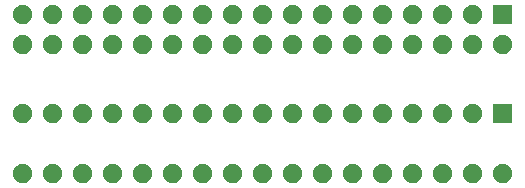
<source format=gbr>
G04 #@! TF.GenerationSoftware,KiCad,Pcbnew,(5.1.5-0-10_14)*
G04 #@! TF.CreationDate,2020-03-21T14:00:30+11:00*
G04 #@! TF.ProjectId,Internal 5.25 Adapter,496e7465-726e-4616-9c20-352e32352041,rev?*
G04 #@! TF.SameCoordinates,Original*
G04 #@! TF.FileFunction,Soldermask,Bot*
G04 #@! TF.FilePolarity,Negative*
%FSLAX46Y46*%
G04 Gerber Fmt 4.6, Leading zero omitted, Abs format (unit mm)*
G04 Created by KiCad (PCBNEW (5.1.5-0-10_14)) date 2020-03-21 14:00:30*
%MOMM*%
%LPD*%
G04 APERTURE LIST*
%ADD10C,0.100000*%
G04 APERTURE END LIST*
D10*
G36*
X93074142Y-48621242D02*
G01*
X93222101Y-48682529D01*
X93355255Y-48771499D01*
X93468501Y-48884745D01*
X93557471Y-49017899D01*
X93618758Y-49165858D01*
X93650000Y-49322925D01*
X93650000Y-49483075D01*
X93618758Y-49640142D01*
X93557471Y-49788101D01*
X93468501Y-49921255D01*
X93355255Y-50034501D01*
X93222101Y-50123471D01*
X93074142Y-50184758D01*
X92917075Y-50216000D01*
X92756925Y-50216000D01*
X92599858Y-50184758D01*
X92451899Y-50123471D01*
X92318745Y-50034501D01*
X92205499Y-49921255D01*
X92116529Y-49788101D01*
X92055242Y-49640142D01*
X92024000Y-49483075D01*
X92024000Y-49322925D01*
X92055242Y-49165858D01*
X92116529Y-49017899D01*
X92205499Y-48884745D01*
X92318745Y-48771499D01*
X92451899Y-48682529D01*
X92599858Y-48621242D01*
X92756925Y-48590000D01*
X92917075Y-48590000D01*
X93074142Y-48621242D01*
G37*
G36*
X90534142Y-48621242D02*
G01*
X90682101Y-48682529D01*
X90815255Y-48771499D01*
X90928501Y-48884745D01*
X91017471Y-49017899D01*
X91078758Y-49165858D01*
X91110000Y-49322925D01*
X91110000Y-49483075D01*
X91078758Y-49640142D01*
X91017471Y-49788101D01*
X90928501Y-49921255D01*
X90815255Y-50034501D01*
X90682101Y-50123471D01*
X90534142Y-50184758D01*
X90377075Y-50216000D01*
X90216925Y-50216000D01*
X90059858Y-50184758D01*
X89911899Y-50123471D01*
X89778745Y-50034501D01*
X89665499Y-49921255D01*
X89576529Y-49788101D01*
X89515242Y-49640142D01*
X89484000Y-49483075D01*
X89484000Y-49322925D01*
X89515242Y-49165858D01*
X89576529Y-49017899D01*
X89665499Y-48884745D01*
X89778745Y-48771499D01*
X89911899Y-48682529D01*
X90059858Y-48621242D01*
X90216925Y-48590000D01*
X90377075Y-48590000D01*
X90534142Y-48621242D01*
G37*
G36*
X87994142Y-48621242D02*
G01*
X88142101Y-48682529D01*
X88275255Y-48771499D01*
X88388501Y-48884745D01*
X88477471Y-49017899D01*
X88538758Y-49165858D01*
X88570000Y-49322925D01*
X88570000Y-49483075D01*
X88538758Y-49640142D01*
X88477471Y-49788101D01*
X88388501Y-49921255D01*
X88275255Y-50034501D01*
X88142101Y-50123471D01*
X87994142Y-50184758D01*
X87837075Y-50216000D01*
X87676925Y-50216000D01*
X87519858Y-50184758D01*
X87371899Y-50123471D01*
X87238745Y-50034501D01*
X87125499Y-49921255D01*
X87036529Y-49788101D01*
X86975242Y-49640142D01*
X86944000Y-49483075D01*
X86944000Y-49322925D01*
X86975242Y-49165858D01*
X87036529Y-49017899D01*
X87125499Y-48884745D01*
X87238745Y-48771499D01*
X87371899Y-48682529D01*
X87519858Y-48621242D01*
X87676925Y-48590000D01*
X87837075Y-48590000D01*
X87994142Y-48621242D01*
G37*
G36*
X85454142Y-48621242D02*
G01*
X85602101Y-48682529D01*
X85735255Y-48771499D01*
X85848501Y-48884745D01*
X85937471Y-49017899D01*
X85998758Y-49165858D01*
X86030000Y-49322925D01*
X86030000Y-49483075D01*
X85998758Y-49640142D01*
X85937471Y-49788101D01*
X85848501Y-49921255D01*
X85735255Y-50034501D01*
X85602101Y-50123471D01*
X85454142Y-50184758D01*
X85297075Y-50216000D01*
X85136925Y-50216000D01*
X84979858Y-50184758D01*
X84831899Y-50123471D01*
X84698745Y-50034501D01*
X84585499Y-49921255D01*
X84496529Y-49788101D01*
X84435242Y-49640142D01*
X84404000Y-49483075D01*
X84404000Y-49322925D01*
X84435242Y-49165858D01*
X84496529Y-49017899D01*
X84585499Y-48884745D01*
X84698745Y-48771499D01*
X84831899Y-48682529D01*
X84979858Y-48621242D01*
X85136925Y-48590000D01*
X85297075Y-48590000D01*
X85454142Y-48621242D01*
G37*
G36*
X82914142Y-48621242D02*
G01*
X83062101Y-48682529D01*
X83195255Y-48771499D01*
X83308501Y-48884745D01*
X83397471Y-49017899D01*
X83458758Y-49165858D01*
X83490000Y-49322925D01*
X83490000Y-49483075D01*
X83458758Y-49640142D01*
X83397471Y-49788101D01*
X83308501Y-49921255D01*
X83195255Y-50034501D01*
X83062101Y-50123471D01*
X82914142Y-50184758D01*
X82757075Y-50216000D01*
X82596925Y-50216000D01*
X82439858Y-50184758D01*
X82291899Y-50123471D01*
X82158745Y-50034501D01*
X82045499Y-49921255D01*
X81956529Y-49788101D01*
X81895242Y-49640142D01*
X81864000Y-49483075D01*
X81864000Y-49322925D01*
X81895242Y-49165858D01*
X81956529Y-49017899D01*
X82045499Y-48884745D01*
X82158745Y-48771499D01*
X82291899Y-48682529D01*
X82439858Y-48621242D01*
X82596925Y-48590000D01*
X82757075Y-48590000D01*
X82914142Y-48621242D01*
G37*
G36*
X80374142Y-48621242D02*
G01*
X80522101Y-48682529D01*
X80655255Y-48771499D01*
X80768501Y-48884745D01*
X80857471Y-49017899D01*
X80918758Y-49165858D01*
X80950000Y-49322925D01*
X80950000Y-49483075D01*
X80918758Y-49640142D01*
X80857471Y-49788101D01*
X80768501Y-49921255D01*
X80655255Y-50034501D01*
X80522101Y-50123471D01*
X80374142Y-50184758D01*
X80217075Y-50216000D01*
X80056925Y-50216000D01*
X79899858Y-50184758D01*
X79751899Y-50123471D01*
X79618745Y-50034501D01*
X79505499Y-49921255D01*
X79416529Y-49788101D01*
X79355242Y-49640142D01*
X79324000Y-49483075D01*
X79324000Y-49322925D01*
X79355242Y-49165858D01*
X79416529Y-49017899D01*
X79505499Y-48884745D01*
X79618745Y-48771499D01*
X79751899Y-48682529D01*
X79899858Y-48621242D01*
X80056925Y-48590000D01*
X80217075Y-48590000D01*
X80374142Y-48621242D01*
G37*
G36*
X77834142Y-48621242D02*
G01*
X77982101Y-48682529D01*
X78115255Y-48771499D01*
X78228501Y-48884745D01*
X78317471Y-49017899D01*
X78378758Y-49165858D01*
X78410000Y-49322925D01*
X78410000Y-49483075D01*
X78378758Y-49640142D01*
X78317471Y-49788101D01*
X78228501Y-49921255D01*
X78115255Y-50034501D01*
X77982101Y-50123471D01*
X77834142Y-50184758D01*
X77677075Y-50216000D01*
X77516925Y-50216000D01*
X77359858Y-50184758D01*
X77211899Y-50123471D01*
X77078745Y-50034501D01*
X76965499Y-49921255D01*
X76876529Y-49788101D01*
X76815242Y-49640142D01*
X76784000Y-49483075D01*
X76784000Y-49322925D01*
X76815242Y-49165858D01*
X76876529Y-49017899D01*
X76965499Y-48884745D01*
X77078745Y-48771499D01*
X77211899Y-48682529D01*
X77359858Y-48621242D01*
X77516925Y-48590000D01*
X77677075Y-48590000D01*
X77834142Y-48621242D01*
G37*
G36*
X75294142Y-48621242D02*
G01*
X75442101Y-48682529D01*
X75575255Y-48771499D01*
X75688501Y-48884745D01*
X75777471Y-49017899D01*
X75838758Y-49165858D01*
X75870000Y-49322925D01*
X75870000Y-49483075D01*
X75838758Y-49640142D01*
X75777471Y-49788101D01*
X75688501Y-49921255D01*
X75575255Y-50034501D01*
X75442101Y-50123471D01*
X75294142Y-50184758D01*
X75137075Y-50216000D01*
X74976925Y-50216000D01*
X74819858Y-50184758D01*
X74671899Y-50123471D01*
X74538745Y-50034501D01*
X74425499Y-49921255D01*
X74336529Y-49788101D01*
X74275242Y-49640142D01*
X74244000Y-49483075D01*
X74244000Y-49322925D01*
X74275242Y-49165858D01*
X74336529Y-49017899D01*
X74425499Y-48884745D01*
X74538745Y-48771499D01*
X74671899Y-48682529D01*
X74819858Y-48621242D01*
X74976925Y-48590000D01*
X75137075Y-48590000D01*
X75294142Y-48621242D01*
G37*
G36*
X72754142Y-48621242D02*
G01*
X72902101Y-48682529D01*
X73035255Y-48771499D01*
X73148501Y-48884745D01*
X73237471Y-49017899D01*
X73298758Y-49165858D01*
X73330000Y-49322925D01*
X73330000Y-49483075D01*
X73298758Y-49640142D01*
X73237471Y-49788101D01*
X73148501Y-49921255D01*
X73035255Y-50034501D01*
X72902101Y-50123471D01*
X72754142Y-50184758D01*
X72597075Y-50216000D01*
X72436925Y-50216000D01*
X72279858Y-50184758D01*
X72131899Y-50123471D01*
X71998745Y-50034501D01*
X71885499Y-49921255D01*
X71796529Y-49788101D01*
X71735242Y-49640142D01*
X71704000Y-49483075D01*
X71704000Y-49322925D01*
X71735242Y-49165858D01*
X71796529Y-49017899D01*
X71885499Y-48884745D01*
X71998745Y-48771499D01*
X72131899Y-48682529D01*
X72279858Y-48621242D01*
X72436925Y-48590000D01*
X72597075Y-48590000D01*
X72754142Y-48621242D01*
G37*
G36*
X70214142Y-48621242D02*
G01*
X70362101Y-48682529D01*
X70495255Y-48771499D01*
X70608501Y-48884745D01*
X70697471Y-49017899D01*
X70758758Y-49165858D01*
X70790000Y-49322925D01*
X70790000Y-49483075D01*
X70758758Y-49640142D01*
X70697471Y-49788101D01*
X70608501Y-49921255D01*
X70495255Y-50034501D01*
X70362101Y-50123471D01*
X70214142Y-50184758D01*
X70057075Y-50216000D01*
X69896925Y-50216000D01*
X69739858Y-50184758D01*
X69591899Y-50123471D01*
X69458745Y-50034501D01*
X69345499Y-49921255D01*
X69256529Y-49788101D01*
X69195242Y-49640142D01*
X69164000Y-49483075D01*
X69164000Y-49322925D01*
X69195242Y-49165858D01*
X69256529Y-49017899D01*
X69345499Y-48884745D01*
X69458745Y-48771499D01*
X69591899Y-48682529D01*
X69739858Y-48621242D01*
X69896925Y-48590000D01*
X70057075Y-48590000D01*
X70214142Y-48621242D01*
G37*
G36*
X67674142Y-48621242D02*
G01*
X67822101Y-48682529D01*
X67955255Y-48771499D01*
X68068501Y-48884745D01*
X68157471Y-49017899D01*
X68218758Y-49165858D01*
X68250000Y-49322925D01*
X68250000Y-49483075D01*
X68218758Y-49640142D01*
X68157471Y-49788101D01*
X68068501Y-49921255D01*
X67955255Y-50034501D01*
X67822101Y-50123471D01*
X67674142Y-50184758D01*
X67517075Y-50216000D01*
X67356925Y-50216000D01*
X67199858Y-50184758D01*
X67051899Y-50123471D01*
X66918745Y-50034501D01*
X66805499Y-49921255D01*
X66716529Y-49788101D01*
X66655242Y-49640142D01*
X66624000Y-49483075D01*
X66624000Y-49322925D01*
X66655242Y-49165858D01*
X66716529Y-49017899D01*
X66805499Y-48884745D01*
X66918745Y-48771499D01*
X67051899Y-48682529D01*
X67199858Y-48621242D01*
X67356925Y-48590000D01*
X67517075Y-48590000D01*
X67674142Y-48621242D01*
G37*
G36*
X65134142Y-48621242D02*
G01*
X65282101Y-48682529D01*
X65415255Y-48771499D01*
X65528501Y-48884745D01*
X65617471Y-49017899D01*
X65678758Y-49165858D01*
X65710000Y-49322925D01*
X65710000Y-49483075D01*
X65678758Y-49640142D01*
X65617471Y-49788101D01*
X65528501Y-49921255D01*
X65415255Y-50034501D01*
X65282101Y-50123471D01*
X65134142Y-50184758D01*
X64977075Y-50216000D01*
X64816925Y-50216000D01*
X64659858Y-50184758D01*
X64511899Y-50123471D01*
X64378745Y-50034501D01*
X64265499Y-49921255D01*
X64176529Y-49788101D01*
X64115242Y-49640142D01*
X64084000Y-49483075D01*
X64084000Y-49322925D01*
X64115242Y-49165858D01*
X64176529Y-49017899D01*
X64265499Y-48884745D01*
X64378745Y-48771499D01*
X64511899Y-48682529D01*
X64659858Y-48621242D01*
X64816925Y-48590000D01*
X64977075Y-48590000D01*
X65134142Y-48621242D01*
G37*
G36*
X62594142Y-48621242D02*
G01*
X62742101Y-48682529D01*
X62875255Y-48771499D01*
X62988501Y-48884745D01*
X63077471Y-49017899D01*
X63138758Y-49165858D01*
X63170000Y-49322925D01*
X63170000Y-49483075D01*
X63138758Y-49640142D01*
X63077471Y-49788101D01*
X62988501Y-49921255D01*
X62875255Y-50034501D01*
X62742101Y-50123471D01*
X62594142Y-50184758D01*
X62437075Y-50216000D01*
X62276925Y-50216000D01*
X62119858Y-50184758D01*
X61971899Y-50123471D01*
X61838745Y-50034501D01*
X61725499Y-49921255D01*
X61636529Y-49788101D01*
X61575242Y-49640142D01*
X61544000Y-49483075D01*
X61544000Y-49322925D01*
X61575242Y-49165858D01*
X61636529Y-49017899D01*
X61725499Y-48884745D01*
X61838745Y-48771499D01*
X61971899Y-48682529D01*
X62119858Y-48621242D01*
X62276925Y-48590000D01*
X62437075Y-48590000D01*
X62594142Y-48621242D01*
G37*
G36*
X60054142Y-48621242D02*
G01*
X60202101Y-48682529D01*
X60335255Y-48771499D01*
X60448501Y-48884745D01*
X60537471Y-49017899D01*
X60598758Y-49165858D01*
X60630000Y-49322925D01*
X60630000Y-49483075D01*
X60598758Y-49640142D01*
X60537471Y-49788101D01*
X60448501Y-49921255D01*
X60335255Y-50034501D01*
X60202101Y-50123471D01*
X60054142Y-50184758D01*
X59897075Y-50216000D01*
X59736925Y-50216000D01*
X59579858Y-50184758D01*
X59431899Y-50123471D01*
X59298745Y-50034501D01*
X59185499Y-49921255D01*
X59096529Y-49788101D01*
X59035242Y-49640142D01*
X59004000Y-49483075D01*
X59004000Y-49322925D01*
X59035242Y-49165858D01*
X59096529Y-49017899D01*
X59185499Y-48884745D01*
X59298745Y-48771499D01*
X59431899Y-48682529D01*
X59579858Y-48621242D01*
X59736925Y-48590000D01*
X59897075Y-48590000D01*
X60054142Y-48621242D01*
G37*
G36*
X57514142Y-48621242D02*
G01*
X57662101Y-48682529D01*
X57795255Y-48771499D01*
X57908501Y-48884745D01*
X57997471Y-49017899D01*
X58058758Y-49165858D01*
X58090000Y-49322925D01*
X58090000Y-49483075D01*
X58058758Y-49640142D01*
X57997471Y-49788101D01*
X57908501Y-49921255D01*
X57795255Y-50034501D01*
X57662101Y-50123471D01*
X57514142Y-50184758D01*
X57357075Y-50216000D01*
X57196925Y-50216000D01*
X57039858Y-50184758D01*
X56891899Y-50123471D01*
X56758745Y-50034501D01*
X56645499Y-49921255D01*
X56556529Y-49788101D01*
X56495242Y-49640142D01*
X56464000Y-49483075D01*
X56464000Y-49322925D01*
X56495242Y-49165858D01*
X56556529Y-49017899D01*
X56645499Y-48884745D01*
X56758745Y-48771499D01*
X56891899Y-48682529D01*
X57039858Y-48621242D01*
X57196925Y-48590000D01*
X57357075Y-48590000D01*
X57514142Y-48621242D01*
G37*
G36*
X54974142Y-48621242D02*
G01*
X55122101Y-48682529D01*
X55255255Y-48771499D01*
X55368501Y-48884745D01*
X55457471Y-49017899D01*
X55518758Y-49165858D01*
X55550000Y-49322925D01*
X55550000Y-49483075D01*
X55518758Y-49640142D01*
X55457471Y-49788101D01*
X55368501Y-49921255D01*
X55255255Y-50034501D01*
X55122101Y-50123471D01*
X54974142Y-50184758D01*
X54817075Y-50216000D01*
X54656925Y-50216000D01*
X54499858Y-50184758D01*
X54351899Y-50123471D01*
X54218745Y-50034501D01*
X54105499Y-49921255D01*
X54016529Y-49788101D01*
X53955242Y-49640142D01*
X53924000Y-49483075D01*
X53924000Y-49322925D01*
X53955242Y-49165858D01*
X54016529Y-49017899D01*
X54105499Y-48884745D01*
X54218745Y-48771499D01*
X54351899Y-48682529D01*
X54499858Y-48621242D01*
X54656925Y-48590000D01*
X54817075Y-48590000D01*
X54974142Y-48621242D01*
G37*
G36*
X52434142Y-48621242D02*
G01*
X52582101Y-48682529D01*
X52715255Y-48771499D01*
X52828501Y-48884745D01*
X52917471Y-49017899D01*
X52978758Y-49165858D01*
X53010000Y-49322925D01*
X53010000Y-49483075D01*
X52978758Y-49640142D01*
X52917471Y-49788101D01*
X52828501Y-49921255D01*
X52715255Y-50034501D01*
X52582101Y-50123471D01*
X52434142Y-50184758D01*
X52277075Y-50216000D01*
X52116925Y-50216000D01*
X51959858Y-50184758D01*
X51811899Y-50123471D01*
X51678745Y-50034501D01*
X51565499Y-49921255D01*
X51476529Y-49788101D01*
X51415242Y-49640142D01*
X51384000Y-49483075D01*
X51384000Y-49322925D01*
X51415242Y-49165858D01*
X51476529Y-49017899D01*
X51565499Y-48884745D01*
X51678745Y-48771499D01*
X51811899Y-48682529D01*
X51959858Y-48621242D01*
X52116925Y-48590000D01*
X52277075Y-48590000D01*
X52434142Y-48621242D01*
G37*
G36*
X57514142Y-43541242D02*
G01*
X57662101Y-43602529D01*
X57795255Y-43691499D01*
X57908501Y-43804745D01*
X57997471Y-43937899D01*
X58058758Y-44085858D01*
X58090000Y-44242925D01*
X58090000Y-44403075D01*
X58058758Y-44560142D01*
X57997471Y-44708101D01*
X57908501Y-44841255D01*
X57795255Y-44954501D01*
X57662101Y-45043471D01*
X57514142Y-45104758D01*
X57357075Y-45136000D01*
X57196925Y-45136000D01*
X57039858Y-45104758D01*
X56891899Y-45043471D01*
X56758745Y-44954501D01*
X56645499Y-44841255D01*
X56556529Y-44708101D01*
X56495242Y-44560142D01*
X56464000Y-44403075D01*
X56464000Y-44242925D01*
X56495242Y-44085858D01*
X56556529Y-43937899D01*
X56645499Y-43804745D01*
X56758745Y-43691499D01*
X56891899Y-43602529D01*
X57039858Y-43541242D01*
X57196925Y-43510000D01*
X57357075Y-43510000D01*
X57514142Y-43541242D01*
G37*
G36*
X52434142Y-43541242D02*
G01*
X52582101Y-43602529D01*
X52715255Y-43691499D01*
X52828501Y-43804745D01*
X52917471Y-43937899D01*
X52978758Y-44085858D01*
X53010000Y-44242925D01*
X53010000Y-44403075D01*
X52978758Y-44560142D01*
X52917471Y-44708101D01*
X52828501Y-44841255D01*
X52715255Y-44954501D01*
X52582101Y-45043471D01*
X52434142Y-45104758D01*
X52277075Y-45136000D01*
X52116925Y-45136000D01*
X51959858Y-45104758D01*
X51811899Y-45043471D01*
X51678745Y-44954501D01*
X51565499Y-44841255D01*
X51476529Y-44708101D01*
X51415242Y-44560142D01*
X51384000Y-44403075D01*
X51384000Y-44242925D01*
X51415242Y-44085858D01*
X51476529Y-43937899D01*
X51565499Y-43804745D01*
X51678745Y-43691499D01*
X51811899Y-43602529D01*
X51959858Y-43541242D01*
X52116925Y-43510000D01*
X52277075Y-43510000D01*
X52434142Y-43541242D01*
G37*
G36*
X93650000Y-45136000D02*
G01*
X92024000Y-45136000D01*
X92024000Y-43510000D01*
X93650000Y-43510000D01*
X93650000Y-45136000D01*
G37*
G36*
X90534142Y-43541242D02*
G01*
X90682101Y-43602529D01*
X90815255Y-43691499D01*
X90928501Y-43804745D01*
X91017471Y-43937899D01*
X91078758Y-44085858D01*
X91110000Y-44242925D01*
X91110000Y-44403075D01*
X91078758Y-44560142D01*
X91017471Y-44708101D01*
X90928501Y-44841255D01*
X90815255Y-44954501D01*
X90682101Y-45043471D01*
X90534142Y-45104758D01*
X90377075Y-45136000D01*
X90216925Y-45136000D01*
X90059858Y-45104758D01*
X89911899Y-45043471D01*
X89778745Y-44954501D01*
X89665499Y-44841255D01*
X89576529Y-44708101D01*
X89515242Y-44560142D01*
X89484000Y-44403075D01*
X89484000Y-44242925D01*
X89515242Y-44085858D01*
X89576529Y-43937899D01*
X89665499Y-43804745D01*
X89778745Y-43691499D01*
X89911899Y-43602529D01*
X90059858Y-43541242D01*
X90216925Y-43510000D01*
X90377075Y-43510000D01*
X90534142Y-43541242D01*
G37*
G36*
X54974142Y-43541242D02*
G01*
X55122101Y-43602529D01*
X55255255Y-43691499D01*
X55368501Y-43804745D01*
X55457471Y-43937899D01*
X55518758Y-44085858D01*
X55550000Y-44242925D01*
X55550000Y-44403075D01*
X55518758Y-44560142D01*
X55457471Y-44708101D01*
X55368501Y-44841255D01*
X55255255Y-44954501D01*
X55122101Y-45043471D01*
X54974142Y-45104758D01*
X54817075Y-45136000D01*
X54656925Y-45136000D01*
X54499858Y-45104758D01*
X54351899Y-45043471D01*
X54218745Y-44954501D01*
X54105499Y-44841255D01*
X54016529Y-44708101D01*
X53955242Y-44560142D01*
X53924000Y-44403075D01*
X53924000Y-44242925D01*
X53955242Y-44085858D01*
X54016529Y-43937899D01*
X54105499Y-43804745D01*
X54218745Y-43691499D01*
X54351899Y-43602529D01*
X54499858Y-43541242D01*
X54656925Y-43510000D01*
X54817075Y-43510000D01*
X54974142Y-43541242D01*
G37*
G36*
X87994142Y-43541242D02*
G01*
X88142101Y-43602529D01*
X88275255Y-43691499D01*
X88388501Y-43804745D01*
X88477471Y-43937899D01*
X88538758Y-44085858D01*
X88570000Y-44242925D01*
X88570000Y-44403075D01*
X88538758Y-44560142D01*
X88477471Y-44708101D01*
X88388501Y-44841255D01*
X88275255Y-44954501D01*
X88142101Y-45043471D01*
X87994142Y-45104758D01*
X87837075Y-45136000D01*
X87676925Y-45136000D01*
X87519858Y-45104758D01*
X87371899Y-45043471D01*
X87238745Y-44954501D01*
X87125499Y-44841255D01*
X87036529Y-44708101D01*
X86975242Y-44560142D01*
X86944000Y-44403075D01*
X86944000Y-44242925D01*
X86975242Y-44085858D01*
X87036529Y-43937899D01*
X87125499Y-43804745D01*
X87238745Y-43691499D01*
X87371899Y-43602529D01*
X87519858Y-43541242D01*
X87676925Y-43510000D01*
X87837075Y-43510000D01*
X87994142Y-43541242D01*
G37*
G36*
X85454142Y-43541242D02*
G01*
X85602101Y-43602529D01*
X85735255Y-43691499D01*
X85848501Y-43804745D01*
X85937471Y-43937899D01*
X85998758Y-44085858D01*
X86030000Y-44242925D01*
X86030000Y-44403075D01*
X85998758Y-44560142D01*
X85937471Y-44708101D01*
X85848501Y-44841255D01*
X85735255Y-44954501D01*
X85602101Y-45043471D01*
X85454142Y-45104758D01*
X85297075Y-45136000D01*
X85136925Y-45136000D01*
X84979858Y-45104758D01*
X84831899Y-45043471D01*
X84698745Y-44954501D01*
X84585499Y-44841255D01*
X84496529Y-44708101D01*
X84435242Y-44560142D01*
X84404000Y-44403075D01*
X84404000Y-44242925D01*
X84435242Y-44085858D01*
X84496529Y-43937899D01*
X84585499Y-43804745D01*
X84698745Y-43691499D01*
X84831899Y-43602529D01*
X84979858Y-43541242D01*
X85136925Y-43510000D01*
X85297075Y-43510000D01*
X85454142Y-43541242D01*
G37*
G36*
X82914142Y-43541242D02*
G01*
X83062101Y-43602529D01*
X83195255Y-43691499D01*
X83308501Y-43804745D01*
X83397471Y-43937899D01*
X83458758Y-44085858D01*
X83490000Y-44242925D01*
X83490000Y-44403075D01*
X83458758Y-44560142D01*
X83397471Y-44708101D01*
X83308501Y-44841255D01*
X83195255Y-44954501D01*
X83062101Y-45043471D01*
X82914142Y-45104758D01*
X82757075Y-45136000D01*
X82596925Y-45136000D01*
X82439858Y-45104758D01*
X82291899Y-45043471D01*
X82158745Y-44954501D01*
X82045499Y-44841255D01*
X81956529Y-44708101D01*
X81895242Y-44560142D01*
X81864000Y-44403075D01*
X81864000Y-44242925D01*
X81895242Y-44085858D01*
X81956529Y-43937899D01*
X82045499Y-43804745D01*
X82158745Y-43691499D01*
X82291899Y-43602529D01*
X82439858Y-43541242D01*
X82596925Y-43510000D01*
X82757075Y-43510000D01*
X82914142Y-43541242D01*
G37*
G36*
X80374142Y-43541242D02*
G01*
X80522101Y-43602529D01*
X80655255Y-43691499D01*
X80768501Y-43804745D01*
X80857471Y-43937899D01*
X80918758Y-44085858D01*
X80950000Y-44242925D01*
X80950000Y-44403075D01*
X80918758Y-44560142D01*
X80857471Y-44708101D01*
X80768501Y-44841255D01*
X80655255Y-44954501D01*
X80522101Y-45043471D01*
X80374142Y-45104758D01*
X80217075Y-45136000D01*
X80056925Y-45136000D01*
X79899858Y-45104758D01*
X79751899Y-45043471D01*
X79618745Y-44954501D01*
X79505499Y-44841255D01*
X79416529Y-44708101D01*
X79355242Y-44560142D01*
X79324000Y-44403075D01*
X79324000Y-44242925D01*
X79355242Y-44085858D01*
X79416529Y-43937899D01*
X79505499Y-43804745D01*
X79618745Y-43691499D01*
X79751899Y-43602529D01*
X79899858Y-43541242D01*
X80056925Y-43510000D01*
X80217075Y-43510000D01*
X80374142Y-43541242D01*
G37*
G36*
X77834142Y-43541242D02*
G01*
X77982101Y-43602529D01*
X78115255Y-43691499D01*
X78228501Y-43804745D01*
X78317471Y-43937899D01*
X78378758Y-44085858D01*
X78410000Y-44242925D01*
X78410000Y-44403075D01*
X78378758Y-44560142D01*
X78317471Y-44708101D01*
X78228501Y-44841255D01*
X78115255Y-44954501D01*
X77982101Y-45043471D01*
X77834142Y-45104758D01*
X77677075Y-45136000D01*
X77516925Y-45136000D01*
X77359858Y-45104758D01*
X77211899Y-45043471D01*
X77078745Y-44954501D01*
X76965499Y-44841255D01*
X76876529Y-44708101D01*
X76815242Y-44560142D01*
X76784000Y-44403075D01*
X76784000Y-44242925D01*
X76815242Y-44085858D01*
X76876529Y-43937899D01*
X76965499Y-43804745D01*
X77078745Y-43691499D01*
X77211899Y-43602529D01*
X77359858Y-43541242D01*
X77516925Y-43510000D01*
X77677075Y-43510000D01*
X77834142Y-43541242D01*
G37*
G36*
X75294142Y-43541242D02*
G01*
X75442101Y-43602529D01*
X75575255Y-43691499D01*
X75688501Y-43804745D01*
X75777471Y-43937899D01*
X75838758Y-44085858D01*
X75870000Y-44242925D01*
X75870000Y-44403075D01*
X75838758Y-44560142D01*
X75777471Y-44708101D01*
X75688501Y-44841255D01*
X75575255Y-44954501D01*
X75442101Y-45043471D01*
X75294142Y-45104758D01*
X75137075Y-45136000D01*
X74976925Y-45136000D01*
X74819858Y-45104758D01*
X74671899Y-45043471D01*
X74538745Y-44954501D01*
X74425499Y-44841255D01*
X74336529Y-44708101D01*
X74275242Y-44560142D01*
X74244000Y-44403075D01*
X74244000Y-44242925D01*
X74275242Y-44085858D01*
X74336529Y-43937899D01*
X74425499Y-43804745D01*
X74538745Y-43691499D01*
X74671899Y-43602529D01*
X74819858Y-43541242D01*
X74976925Y-43510000D01*
X75137075Y-43510000D01*
X75294142Y-43541242D01*
G37*
G36*
X72754142Y-43541242D02*
G01*
X72902101Y-43602529D01*
X73035255Y-43691499D01*
X73148501Y-43804745D01*
X73237471Y-43937899D01*
X73298758Y-44085858D01*
X73330000Y-44242925D01*
X73330000Y-44403075D01*
X73298758Y-44560142D01*
X73237471Y-44708101D01*
X73148501Y-44841255D01*
X73035255Y-44954501D01*
X72902101Y-45043471D01*
X72754142Y-45104758D01*
X72597075Y-45136000D01*
X72436925Y-45136000D01*
X72279858Y-45104758D01*
X72131899Y-45043471D01*
X71998745Y-44954501D01*
X71885499Y-44841255D01*
X71796529Y-44708101D01*
X71735242Y-44560142D01*
X71704000Y-44403075D01*
X71704000Y-44242925D01*
X71735242Y-44085858D01*
X71796529Y-43937899D01*
X71885499Y-43804745D01*
X71998745Y-43691499D01*
X72131899Y-43602529D01*
X72279858Y-43541242D01*
X72436925Y-43510000D01*
X72597075Y-43510000D01*
X72754142Y-43541242D01*
G37*
G36*
X70214142Y-43541242D02*
G01*
X70362101Y-43602529D01*
X70495255Y-43691499D01*
X70608501Y-43804745D01*
X70697471Y-43937899D01*
X70758758Y-44085858D01*
X70790000Y-44242925D01*
X70790000Y-44403075D01*
X70758758Y-44560142D01*
X70697471Y-44708101D01*
X70608501Y-44841255D01*
X70495255Y-44954501D01*
X70362101Y-45043471D01*
X70214142Y-45104758D01*
X70057075Y-45136000D01*
X69896925Y-45136000D01*
X69739858Y-45104758D01*
X69591899Y-45043471D01*
X69458745Y-44954501D01*
X69345499Y-44841255D01*
X69256529Y-44708101D01*
X69195242Y-44560142D01*
X69164000Y-44403075D01*
X69164000Y-44242925D01*
X69195242Y-44085858D01*
X69256529Y-43937899D01*
X69345499Y-43804745D01*
X69458745Y-43691499D01*
X69591899Y-43602529D01*
X69739858Y-43541242D01*
X69896925Y-43510000D01*
X70057075Y-43510000D01*
X70214142Y-43541242D01*
G37*
G36*
X67674142Y-43541242D02*
G01*
X67822101Y-43602529D01*
X67955255Y-43691499D01*
X68068501Y-43804745D01*
X68157471Y-43937899D01*
X68218758Y-44085858D01*
X68250000Y-44242925D01*
X68250000Y-44403075D01*
X68218758Y-44560142D01*
X68157471Y-44708101D01*
X68068501Y-44841255D01*
X67955255Y-44954501D01*
X67822101Y-45043471D01*
X67674142Y-45104758D01*
X67517075Y-45136000D01*
X67356925Y-45136000D01*
X67199858Y-45104758D01*
X67051899Y-45043471D01*
X66918745Y-44954501D01*
X66805499Y-44841255D01*
X66716529Y-44708101D01*
X66655242Y-44560142D01*
X66624000Y-44403075D01*
X66624000Y-44242925D01*
X66655242Y-44085858D01*
X66716529Y-43937899D01*
X66805499Y-43804745D01*
X66918745Y-43691499D01*
X67051899Y-43602529D01*
X67199858Y-43541242D01*
X67356925Y-43510000D01*
X67517075Y-43510000D01*
X67674142Y-43541242D01*
G37*
G36*
X65134142Y-43541242D02*
G01*
X65282101Y-43602529D01*
X65415255Y-43691499D01*
X65528501Y-43804745D01*
X65617471Y-43937899D01*
X65678758Y-44085858D01*
X65710000Y-44242925D01*
X65710000Y-44403075D01*
X65678758Y-44560142D01*
X65617471Y-44708101D01*
X65528501Y-44841255D01*
X65415255Y-44954501D01*
X65282101Y-45043471D01*
X65134142Y-45104758D01*
X64977075Y-45136000D01*
X64816925Y-45136000D01*
X64659858Y-45104758D01*
X64511899Y-45043471D01*
X64378745Y-44954501D01*
X64265499Y-44841255D01*
X64176529Y-44708101D01*
X64115242Y-44560142D01*
X64084000Y-44403075D01*
X64084000Y-44242925D01*
X64115242Y-44085858D01*
X64176529Y-43937899D01*
X64265499Y-43804745D01*
X64378745Y-43691499D01*
X64511899Y-43602529D01*
X64659858Y-43541242D01*
X64816925Y-43510000D01*
X64977075Y-43510000D01*
X65134142Y-43541242D01*
G37*
G36*
X62594142Y-43541242D02*
G01*
X62742101Y-43602529D01*
X62875255Y-43691499D01*
X62988501Y-43804745D01*
X63077471Y-43937899D01*
X63138758Y-44085858D01*
X63170000Y-44242925D01*
X63170000Y-44403075D01*
X63138758Y-44560142D01*
X63077471Y-44708101D01*
X62988501Y-44841255D01*
X62875255Y-44954501D01*
X62742101Y-45043471D01*
X62594142Y-45104758D01*
X62437075Y-45136000D01*
X62276925Y-45136000D01*
X62119858Y-45104758D01*
X61971899Y-45043471D01*
X61838745Y-44954501D01*
X61725499Y-44841255D01*
X61636529Y-44708101D01*
X61575242Y-44560142D01*
X61544000Y-44403075D01*
X61544000Y-44242925D01*
X61575242Y-44085858D01*
X61636529Y-43937899D01*
X61725499Y-43804745D01*
X61838745Y-43691499D01*
X61971899Y-43602529D01*
X62119858Y-43541242D01*
X62276925Y-43510000D01*
X62437075Y-43510000D01*
X62594142Y-43541242D01*
G37*
G36*
X60054142Y-43541242D02*
G01*
X60202101Y-43602529D01*
X60335255Y-43691499D01*
X60448501Y-43804745D01*
X60537471Y-43937899D01*
X60598758Y-44085858D01*
X60630000Y-44242925D01*
X60630000Y-44403075D01*
X60598758Y-44560142D01*
X60537471Y-44708101D01*
X60448501Y-44841255D01*
X60335255Y-44954501D01*
X60202101Y-45043471D01*
X60054142Y-45104758D01*
X59897075Y-45136000D01*
X59736925Y-45136000D01*
X59579858Y-45104758D01*
X59431899Y-45043471D01*
X59298745Y-44954501D01*
X59185499Y-44841255D01*
X59096529Y-44708101D01*
X59035242Y-44560142D01*
X59004000Y-44403075D01*
X59004000Y-44242925D01*
X59035242Y-44085858D01*
X59096529Y-43937899D01*
X59185499Y-43804745D01*
X59298745Y-43691499D01*
X59431899Y-43602529D01*
X59579858Y-43541242D01*
X59736925Y-43510000D01*
X59897075Y-43510000D01*
X60054142Y-43541242D01*
G37*
G36*
X93074142Y-37699242D02*
G01*
X93222101Y-37760529D01*
X93355255Y-37849499D01*
X93468501Y-37962745D01*
X93557471Y-38095899D01*
X93618758Y-38243858D01*
X93650000Y-38400925D01*
X93650000Y-38561075D01*
X93618758Y-38718142D01*
X93557471Y-38866101D01*
X93468501Y-38999255D01*
X93355255Y-39112501D01*
X93222101Y-39201471D01*
X93074142Y-39262758D01*
X92917075Y-39294000D01*
X92756925Y-39294000D01*
X92599858Y-39262758D01*
X92451899Y-39201471D01*
X92318745Y-39112501D01*
X92205499Y-38999255D01*
X92116529Y-38866101D01*
X92055242Y-38718142D01*
X92024000Y-38561075D01*
X92024000Y-38400925D01*
X92055242Y-38243858D01*
X92116529Y-38095899D01*
X92205499Y-37962745D01*
X92318745Y-37849499D01*
X92451899Y-37760529D01*
X92599858Y-37699242D01*
X92756925Y-37668000D01*
X92917075Y-37668000D01*
X93074142Y-37699242D01*
G37*
G36*
X52434142Y-37699242D02*
G01*
X52582101Y-37760529D01*
X52715255Y-37849499D01*
X52828501Y-37962745D01*
X52917471Y-38095899D01*
X52978758Y-38243858D01*
X53010000Y-38400925D01*
X53010000Y-38561075D01*
X52978758Y-38718142D01*
X52917471Y-38866101D01*
X52828501Y-38999255D01*
X52715255Y-39112501D01*
X52582101Y-39201471D01*
X52434142Y-39262758D01*
X52277075Y-39294000D01*
X52116925Y-39294000D01*
X51959858Y-39262758D01*
X51811899Y-39201471D01*
X51678745Y-39112501D01*
X51565499Y-38999255D01*
X51476529Y-38866101D01*
X51415242Y-38718142D01*
X51384000Y-38561075D01*
X51384000Y-38400925D01*
X51415242Y-38243858D01*
X51476529Y-38095899D01*
X51565499Y-37962745D01*
X51678745Y-37849499D01*
X51811899Y-37760529D01*
X51959858Y-37699242D01*
X52116925Y-37668000D01*
X52277075Y-37668000D01*
X52434142Y-37699242D01*
G37*
G36*
X90534142Y-37699242D02*
G01*
X90682101Y-37760529D01*
X90815255Y-37849499D01*
X90928501Y-37962745D01*
X91017471Y-38095899D01*
X91078758Y-38243858D01*
X91110000Y-38400925D01*
X91110000Y-38561075D01*
X91078758Y-38718142D01*
X91017471Y-38866101D01*
X90928501Y-38999255D01*
X90815255Y-39112501D01*
X90682101Y-39201471D01*
X90534142Y-39262758D01*
X90377075Y-39294000D01*
X90216925Y-39294000D01*
X90059858Y-39262758D01*
X89911899Y-39201471D01*
X89778745Y-39112501D01*
X89665499Y-38999255D01*
X89576529Y-38866101D01*
X89515242Y-38718142D01*
X89484000Y-38561075D01*
X89484000Y-38400925D01*
X89515242Y-38243858D01*
X89576529Y-38095899D01*
X89665499Y-37962745D01*
X89778745Y-37849499D01*
X89911899Y-37760529D01*
X90059858Y-37699242D01*
X90216925Y-37668000D01*
X90377075Y-37668000D01*
X90534142Y-37699242D01*
G37*
G36*
X87994142Y-37699242D02*
G01*
X88142101Y-37760529D01*
X88275255Y-37849499D01*
X88388501Y-37962745D01*
X88477471Y-38095899D01*
X88538758Y-38243858D01*
X88570000Y-38400925D01*
X88570000Y-38561075D01*
X88538758Y-38718142D01*
X88477471Y-38866101D01*
X88388501Y-38999255D01*
X88275255Y-39112501D01*
X88142101Y-39201471D01*
X87994142Y-39262758D01*
X87837075Y-39294000D01*
X87676925Y-39294000D01*
X87519858Y-39262758D01*
X87371899Y-39201471D01*
X87238745Y-39112501D01*
X87125499Y-38999255D01*
X87036529Y-38866101D01*
X86975242Y-38718142D01*
X86944000Y-38561075D01*
X86944000Y-38400925D01*
X86975242Y-38243858D01*
X87036529Y-38095899D01*
X87125499Y-37962745D01*
X87238745Y-37849499D01*
X87371899Y-37760529D01*
X87519858Y-37699242D01*
X87676925Y-37668000D01*
X87837075Y-37668000D01*
X87994142Y-37699242D01*
G37*
G36*
X85454142Y-37699242D02*
G01*
X85602101Y-37760529D01*
X85735255Y-37849499D01*
X85848501Y-37962745D01*
X85937471Y-38095899D01*
X85998758Y-38243858D01*
X86030000Y-38400925D01*
X86030000Y-38561075D01*
X85998758Y-38718142D01*
X85937471Y-38866101D01*
X85848501Y-38999255D01*
X85735255Y-39112501D01*
X85602101Y-39201471D01*
X85454142Y-39262758D01*
X85297075Y-39294000D01*
X85136925Y-39294000D01*
X84979858Y-39262758D01*
X84831899Y-39201471D01*
X84698745Y-39112501D01*
X84585499Y-38999255D01*
X84496529Y-38866101D01*
X84435242Y-38718142D01*
X84404000Y-38561075D01*
X84404000Y-38400925D01*
X84435242Y-38243858D01*
X84496529Y-38095899D01*
X84585499Y-37962745D01*
X84698745Y-37849499D01*
X84831899Y-37760529D01*
X84979858Y-37699242D01*
X85136925Y-37668000D01*
X85297075Y-37668000D01*
X85454142Y-37699242D01*
G37*
G36*
X82914142Y-37699242D02*
G01*
X83062101Y-37760529D01*
X83195255Y-37849499D01*
X83308501Y-37962745D01*
X83397471Y-38095899D01*
X83458758Y-38243858D01*
X83490000Y-38400925D01*
X83490000Y-38561075D01*
X83458758Y-38718142D01*
X83397471Y-38866101D01*
X83308501Y-38999255D01*
X83195255Y-39112501D01*
X83062101Y-39201471D01*
X82914142Y-39262758D01*
X82757075Y-39294000D01*
X82596925Y-39294000D01*
X82439858Y-39262758D01*
X82291899Y-39201471D01*
X82158745Y-39112501D01*
X82045499Y-38999255D01*
X81956529Y-38866101D01*
X81895242Y-38718142D01*
X81864000Y-38561075D01*
X81864000Y-38400925D01*
X81895242Y-38243858D01*
X81956529Y-38095899D01*
X82045499Y-37962745D01*
X82158745Y-37849499D01*
X82291899Y-37760529D01*
X82439858Y-37699242D01*
X82596925Y-37668000D01*
X82757075Y-37668000D01*
X82914142Y-37699242D01*
G37*
G36*
X80374142Y-37699242D02*
G01*
X80522101Y-37760529D01*
X80655255Y-37849499D01*
X80768501Y-37962745D01*
X80857471Y-38095899D01*
X80918758Y-38243858D01*
X80950000Y-38400925D01*
X80950000Y-38561075D01*
X80918758Y-38718142D01*
X80857471Y-38866101D01*
X80768501Y-38999255D01*
X80655255Y-39112501D01*
X80522101Y-39201471D01*
X80374142Y-39262758D01*
X80217075Y-39294000D01*
X80056925Y-39294000D01*
X79899858Y-39262758D01*
X79751899Y-39201471D01*
X79618745Y-39112501D01*
X79505499Y-38999255D01*
X79416529Y-38866101D01*
X79355242Y-38718142D01*
X79324000Y-38561075D01*
X79324000Y-38400925D01*
X79355242Y-38243858D01*
X79416529Y-38095899D01*
X79505499Y-37962745D01*
X79618745Y-37849499D01*
X79751899Y-37760529D01*
X79899858Y-37699242D01*
X80056925Y-37668000D01*
X80217075Y-37668000D01*
X80374142Y-37699242D01*
G37*
G36*
X77834142Y-37699242D02*
G01*
X77982101Y-37760529D01*
X78115255Y-37849499D01*
X78228501Y-37962745D01*
X78317471Y-38095899D01*
X78378758Y-38243858D01*
X78410000Y-38400925D01*
X78410000Y-38561075D01*
X78378758Y-38718142D01*
X78317471Y-38866101D01*
X78228501Y-38999255D01*
X78115255Y-39112501D01*
X77982101Y-39201471D01*
X77834142Y-39262758D01*
X77677075Y-39294000D01*
X77516925Y-39294000D01*
X77359858Y-39262758D01*
X77211899Y-39201471D01*
X77078745Y-39112501D01*
X76965499Y-38999255D01*
X76876529Y-38866101D01*
X76815242Y-38718142D01*
X76784000Y-38561075D01*
X76784000Y-38400925D01*
X76815242Y-38243858D01*
X76876529Y-38095899D01*
X76965499Y-37962745D01*
X77078745Y-37849499D01*
X77211899Y-37760529D01*
X77359858Y-37699242D01*
X77516925Y-37668000D01*
X77677075Y-37668000D01*
X77834142Y-37699242D01*
G37*
G36*
X75294142Y-37699242D02*
G01*
X75442101Y-37760529D01*
X75575255Y-37849499D01*
X75688501Y-37962745D01*
X75777471Y-38095899D01*
X75838758Y-38243858D01*
X75870000Y-38400925D01*
X75870000Y-38561075D01*
X75838758Y-38718142D01*
X75777471Y-38866101D01*
X75688501Y-38999255D01*
X75575255Y-39112501D01*
X75442101Y-39201471D01*
X75294142Y-39262758D01*
X75137075Y-39294000D01*
X74976925Y-39294000D01*
X74819858Y-39262758D01*
X74671899Y-39201471D01*
X74538745Y-39112501D01*
X74425499Y-38999255D01*
X74336529Y-38866101D01*
X74275242Y-38718142D01*
X74244000Y-38561075D01*
X74244000Y-38400925D01*
X74275242Y-38243858D01*
X74336529Y-38095899D01*
X74425499Y-37962745D01*
X74538745Y-37849499D01*
X74671899Y-37760529D01*
X74819858Y-37699242D01*
X74976925Y-37668000D01*
X75137075Y-37668000D01*
X75294142Y-37699242D01*
G37*
G36*
X72754142Y-37699242D02*
G01*
X72902101Y-37760529D01*
X73035255Y-37849499D01*
X73148501Y-37962745D01*
X73237471Y-38095899D01*
X73298758Y-38243858D01*
X73330000Y-38400925D01*
X73330000Y-38561075D01*
X73298758Y-38718142D01*
X73237471Y-38866101D01*
X73148501Y-38999255D01*
X73035255Y-39112501D01*
X72902101Y-39201471D01*
X72754142Y-39262758D01*
X72597075Y-39294000D01*
X72436925Y-39294000D01*
X72279858Y-39262758D01*
X72131899Y-39201471D01*
X71998745Y-39112501D01*
X71885499Y-38999255D01*
X71796529Y-38866101D01*
X71735242Y-38718142D01*
X71704000Y-38561075D01*
X71704000Y-38400925D01*
X71735242Y-38243858D01*
X71796529Y-38095899D01*
X71885499Y-37962745D01*
X71998745Y-37849499D01*
X72131899Y-37760529D01*
X72279858Y-37699242D01*
X72436925Y-37668000D01*
X72597075Y-37668000D01*
X72754142Y-37699242D01*
G37*
G36*
X70214142Y-37699242D02*
G01*
X70362101Y-37760529D01*
X70495255Y-37849499D01*
X70608501Y-37962745D01*
X70697471Y-38095899D01*
X70758758Y-38243858D01*
X70790000Y-38400925D01*
X70790000Y-38561075D01*
X70758758Y-38718142D01*
X70697471Y-38866101D01*
X70608501Y-38999255D01*
X70495255Y-39112501D01*
X70362101Y-39201471D01*
X70214142Y-39262758D01*
X70057075Y-39294000D01*
X69896925Y-39294000D01*
X69739858Y-39262758D01*
X69591899Y-39201471D01*
X69458745Y-39112501D01*
X69345499Y-38999255D01*
X69256529Y-38866101D01*
X69195242Y-38718142D01*
X69164000Y-38561075D01*
X69164000Y-38400925D01*
X69195242Y-38243858D01*
X69256529Y-38095899D01*
X69345499Y-37962745D01*
X69458745Y-37849499D01*
X69591899Y-37760529D01*
X69739858Y-37699242D01*
X69896925Y-37668000D01*
X70057075Y-37668000D01*
X70214142Y-37699242D01*
G37*
G36*
X67674142Y-37699242D02*
G01*
X67822101Y-37760529D01*
X67955255Y-37849499D01*
X68068501Y-37962745D01*
X68157471Y-38095899D01*
X68218758Y-38243858D01*
X68250000Y-38400925D01*
X68250000Y-38561075D01*
X68218758Y-38718142D01*
X68157471Y-38866101D01*
X68068501Y-38999255D01*
X67955255Y-39112501D01*
X67822101Y-39201471D01*
X67674142Y-39262758D01*
X67517075Y-39294000D01*
X67356925Y-39294000D01*
X67199858Y-39262758D01*
X67051899Y-39201471D01*
X66918745Y-39112501D01*
X66805499Y-38999255D01*
X66716529Y-38866101D01*
X66655242Y-38718142D01*
X66624000Y-38561075D01*
X66624000Y-38400925D01*
X66655242Y-38243858D01*
X66716529Y-38095899D01*
X66805499Y-37962745D01*
X66918745Y-37849499D01*
X67051899Y-37760529D01*
X67199858Y-37699242D01*
X67356925Y-37668000D01*
X67517075Y-37668000D01*
X67674142Y-37699242D01*
G37*
G36*
X65134142Y-37699242D02*
G01*
X65282101Y-37760529D01*
X65415255Y-37849499D01*
X65528501Y-37962745D01*
X65617471Y-38095899D01*
X65678758Y-38243858D01*
X65710000Y-38400925D01*
X65710000Y-38561075D01*
X65678758Y-38718142D01*
X65617471Y-38866101D01*
X65528501Y-38999255D01*
X65415255Y-39112501D01*
X65282101Y-39201471D01*
X65134142Y-39262758D01*
X64977075Y-39294000D01*
X64816925Y-39294000D01*
X64659858Y-39262758D01*
X64511899Y-39201471D01*
X64378745Y-39112501D01*
X64265499Y-38999255D01*
X64176529Y-38866101D01*
X64115242Y-38718142D01*
X64084000Y-38561075D01*
X64084000Y-38400925D01*
X64115242Y-38243858D01*
X64176529Y-38095899D01*
X64265499Y-37962745D01*
X64378745Y-37849499D01*
X64511899Y-37760529D01*
X64659858Y-37699242D01*
X64816925Y-37668000D01*
X64977075Y-37668000D01*
X65134142Y-37699242D01*
G37*
G36*
X60054142Y-37699242D02*
G01*
X60202101Y-37760529D01*
X60335255Y-37849499D01*
X60448501Y-37962745D01*
X60537471Y-38095899D01*
X60598758Y-38243858D01*
X60630000Y-38400925D01*
X60630000Y-38561075D01*
X60598758Y-38718142D01*
X60537471Y-38866101D01*
X60448501Y-38999255D01*
X60335255Y-39112501D01*
X60202101Y-39201471D01*
X60054142Y-39262758D01*
X59897075Y-39294000D01*
X59736925Y-39294000D01*
X59579858Y-39262758D01*
X59431899Y-39201471D01*
X59298745Y-39112501D01*
X59185499Y-38999255D01*
X59096529Y-38866101D01*
X59035242Y-38718142D01*
X59004000Y-38561075D01*
X59004000Y-38400925D01*
X59035242Y-38243858D01*
X59096529Y-38095899D01*
X59185499Y-37962745D01*
X59298745Y-37849499D01*
X59431899Y-37760529D01*
X59579858Y-37699242D01*
X59736925Y-37668000D01*
X59897075Y-37668000D01*
X60054142Y-37699242D01*
G37*
G36*
X57514142Y-37699242D02*
G01*
X57662101Y-37760529D01*
X57795255Y-37849499D01*
X57908501Y-37962745D01*
X57997471Y-38095899D01*
X58058758Y-38243858D01*
X58090000Y-38400925D01*
X58090000Y-38561075D01*
X58058758Y-38718142D01*
X57997471Y-38866101D01*
X57908501Y-38999255D01*
X57795255Y-39112501D01*
X57662101Y-39201471D01*
X57514142Y-39262758D01*
X57357075Y-39294000D01*
X57196925Y-39294000D01*
X57039858Y-39262758D01*
X56891899Y-39201471D01*
X56758745Y-39112501D01*
X56645499Y-38999255D01*
X56556529Y-38866101D01*
X56495242Y-38718142D01*
X56464000Y-38561075D01*
X56464000Y-38400925D01*
X56495242Y-38243858D01*
X56556529Y-38095899D01*
X56645499Y-37962745D01*
X56758745Y-37849499D01*
X56891899Y-37760529D01*
X57039858Y-37699242D01*
X57196925Y-37668000D01*
X57357075Y-37668000D01*
X57514142Y-37699242D01*
G37*
G36*
X54974142Y-37699242D02*
G01*
X55122101Y-37760529D01*
X55255255Y-37849499D01*
X55368501Y-37962745D01*
X55457471Y-38095899D01*
X55518758Y-38243858D01*
X55550000Y-38400925D01*
X55550000Y-38561075D01*
X55518758Y-38718142D01*
X55457471Y-38866101D01*
X55368501Y-38999255D01*
X55255255Y-39112501D01*
X55122101Y-39201471D01*
X54974142Y-39262758D01*
X54817075Y-39294000D01*
X54656925Y-39294000D01*
X54499858Y-39262758D01*
X54351899Y-39201471D01*
X54218745Y-39112501D01*
X54105499Y-38999255D01*
X54016529Y-38866101D01*
X53955242Y-38718142D01*
X53924000Y-38561075D01*
X53924000Y-38400925D01*
X53955242Y-38243858D01*
X54016529Y-38095899D01*
X54105499Y-37962745D01*
X54218745Y-37849499D01*
X54351899Y-37760529D01*
X54499858Y-37699242D01*
X54656925Y-37668000D01*
X54817075Y-37668000D01*
X54974142Y-37699242D01*
G37*
G36*
X62594142Y-37699242D02*
G01*
X62742101Y-37760529D01*
X62875255Y-37849499D01*
X62988501Y-37962745D01*
X63077471Y-38095899D01*
X63138758Y-38243858D01*
X63170000Y-38400925D01*
X63170000Y-38561075D01*
X63138758Y-38718142D01*
X63077471Y-38866101D01*
X62988501Y-38999255D01*
X62875255Y-39112501D01*
X62742101Y-39201471D01*
X62594142Y-39262758D01*
X62437075Y-39294000D01*
X62276925Y-39294000D01*
X62119858Y-39262758D01*
X61971899Y-39201471D01*
X61838745Y-39112501D01*
X61725499Y-38999255D01*
X61636529Y-38866101D01*
X61575242Y-38718142D01*
X61544000Y-38561075D01*
X61544000Y-38400925D01*
X61575242Y-38243858D01*
X61636529Y-38095899D01*
X61725499Y-37962745D01*
X61838745Y-37849499D01*
X61971899Y-37760529D01*
X62119858Y-37699242D01*
X62276925Y-37668000D01*
X62437075Y-37668000D01*
X62594142Y-37699242D01*
G37*
G36*
X93650000Y-36754000D02*
G01*
X92024000Y-36754000D01*
X92024000Y-35128000D01*
X93650000Y-35128000D01*
X93650000Y-36754000D01*
G37*
G36*
X52434142Y-35159242D02*
G01*
X52582101Y-35220529D01*
X52715255Y-35309499D01*
X52828501Y-35422745D01*
X52917471Y-35555899D01*
X52978758Y-35703858D01*
X53010000Y-35860925D01*
X53010000Y-36021075D01*
X52978758Y-36178142D01*
X52917471Y-36326101D01*
X52828501Y-36459255D01*
X52715255Y-36572501D01*
X52582101Y-36661471D01*
X52434142Y-36722758D01*
X52277075Y-36754000D01*
X52116925Y-36754000D01*
X51959858Y-36722758D01*
X51811899Y-36661471D01*
X51678745Y-36572501D01*
X51565499Y-36459255D01*
X51476529Y-36326101D01*
X51415242Y-36178142D01*
X51384000Y-36021075D01*
X51384000Y-35860925D01*
X51415242Y-35703858D01*
X51476529Y-35555899D01*
X51565499Y-35422745D01*
X51678745Y-35309499D01*
X51811899Y-35220529D01*
X51959858Y-35159242D01*
X52116925Y-35128000D01*
X52277075Y-35128000D01*
X52434142Y-35159242D01*
G37*
G36*
X90534142Y-35159242D02*
G01*
X90682101Y-35220529D01*
X90815255Y-35309499D01*
X90928501Y-35422745D01*
X91017471Y-35555899D01*
X91078758Y-35703858D01*
X91110000Y-35860925D01*
X91110000Y-36021075D01*
X91078758Y-36178142D01*
X91017471Y-36326101D01*
X90928501Y-36459255D01*
X90815255Y-36572501D01*
X90682101Y-36661471D01*
X90534142Y-36722758D01*
X90377075Y-36754000D01*
X90216925Y-36754000D01*
X90059858Y-36722758D01*
X89911899Y-36661471D01*
X89778745Y-36572501D01*
X89665499Y-36459255D01*
X89576529Y-36326101D01*
X89515242Y-36178142D01*
X89484000Y-36021075D01*
X89484000Y-35860925D01*
X89515242Y-35703858D01*
X89576529Y-35555899D01*
X89665499Y-35422745D01*
X89778745Y-35309499D01*
X89911899Y-35220529D01*
X90059858Y-35159242D01*
X90216925Y-35128000D01*
X90377075Y-35128000D01*
X90534142Y-35159242D01*
G37*
G36*
X54974142Y-35159242D02*
G01*
X55122101Y-35220529D01*
X55255255Y-35309499D01*
X55368501Y-35422745D01*
X55457471Y-35555899D01*
X55518758Y-35703858D01*
X55550000Y-35860925D01*
X55550000Y-36021075D01*
X55518758Y-36178142D01*
X55457471Y-36326101D01*
X55368501Y-36459255D01*
X55255255Y-36572501D01*
X55122101Y-36661471D01*
X54974142Y-36722758D01*
X54817075Y-36754000D01*
X54656925Y-36754000D01*
X54499858Y-36722758D01*
X54351899Y-36661471D01*
X54218745Y-36572501D01*
X54105499Y-36459255D01*
X54016529Y-36326101D01*
X53955242Y-36178142D01*
X53924000Y-36021075D01*
X53924000Y-35860925D01*
X53955242Y-35703858D01*
X54016529Y-35555899D01*
X54105499Y-35422745D01*
X54218745Y-35309499D01*
X54351899Y-35220529D01*
X54499858Y-35159242D01*
X54656925Y-35128000D01*
X54817075Y-35128000D01*
X54974142Y-35159242D01*
G37*
G36*
X87994142Y-35159242D02*
G01*
X88142101Y-35220529D01*
X88275255Y-35309499D01*
X88388501Y-35422745D01*
X88477471Y-35555899D01*
X88538758Y-35703858D01*
X88570000Y-35860925D01*
X88570000Y-36021075D01*
X88538758Y-36178142D01*
X88477471Y-36326101D01*
X88388501Y-36459255D01*
X88275255Y-36572501D01*
X88142101Y-36661471D01*
X87994142Y-36722758D01*
X87837075Y-36754000D01*
X87676925Y-36754000D01*
X87519858Y-36722758D01*
X87371899Y-36661471D01*
X87238745Y-36572501D01*
X87125499Y-36459255D01*
X87036529Y-36326101D01*
X86975242Y-36178142D01*
X86944000Y-36021075D01*
X86944000Y-35860925D01*
X86975242Y-35703858D01*
X87036529Y-35555899D01*
X87125499Y-35422745D01*
X87238745Y-35309499D01*
X87371899Y-35220529D01*
X87519858Y-35159242D01*
X87676925Y-35128000D01*
X87837075Y-35128000D01*
X87994142Y-35159242D01*
G37*
G36*
X57514142Y-35159242D02*
G01*
X57662101Y-35220529D01*
X57795255Y-35309499D01*
X57908501Y-35422745D01*
X57997471Y-35555899D01*
X58058758Y-35703858D01*
X58090000Y-35860925D01*
X58090000Y-36021075D01*
X58058758Y-36178142D01*
X57997471Y-36326101D01*
X57908501Y-36459255D01*
X57795255Y-36572501D01*
X57662101Y-36661471D01*
X57514142Y-36722758D01*
X57357075Y-36754000D01*
X57196925Y-36754000D01*
X57039858Y-36722758D01*
X56891899Y-36661471D01*
X56758745Y-36572501D01*
X56645499Y-36459255D01*
X56556529Y-36326101D01*
X56495242Y-36178142D01*
X56464000Y-36021075D01*
X56464000Y-35860925D01*
X56495242Y-35703858D01*
X56556529Y-35555899D01*
X56645499Y-35422745D01*
X56758745Y-35309499D01*
X56891899Y-35220529D01*
X57039858Y-35159242D01*
X57196925Y-35128000D01*
X57357075Y-35128000D01*
X57514142Y-35159242D01*
G37*
G36*
X85454142Y-35159242D02*
G01*
X85602101Y-35220529D01*
X85735255Y-35309499D01*
X85848501Y-35422745D01*
X85937471Y-35555899D01*
X85998758Y-35703858D01*
X86030000Y-35860925D01*
X86030000Y-36021075D01*
X85998758Y-36178142D01*
X85937471Y-36326101D01*
X85848501Y-36459255D01*
X85735255Y-36572501D01*
X85602101Y-36661471D01*
X85454142Y-36722758D01*
X85297075Y-36754000D01*
X85136925Y-36754000D01*
X84979858Y-36722758D01*
X84831899Y-36661471D01*
X84698745Y-36572501D01*
X84585499Y-36459255D01*
X84496529Y-36326101D01*
X84435242Y-36178142D01*
X84404000Y-36021075D01*
X84404000Y-35860925D01*
X84435242Y-35703858D01*
X84496529Y-35555899D01*
X84585499Y-35422745D01*
X84698745Y-35309499D01*
X84831899Y-35220529D01*
X84979858Y-35159242D01*
X85136925Y-35128000D01*
X85297075Y-35128000D01*
X85454142Y-35159242D01*
G37*
G36*
X60054142Y-35159242D02*
G01*
X60202101Y-35220529D01*
X60335255Y-35309499D01*
X60448501Y-35422745D01*
X60537471Y-35555899D01*
X60598758Y-35703858D01*
X60630000Y-35860925D01*
X60630000Y-36021075D01*
X60598758Y-36178142D01*
X60537471Y-36326101D01*
X60448501Y-36459255D01*
X60335255Y-36572501D01*
X60202101Y-36661471D01*
X60054142Y-36722758D01*
X59897075Y-36754000D01*
X59736925Y-36754000D01*
X59579858Y-36722758D01*
X59431899Y-36661471D01*
X59298745Y-36572501D01*
X59185499Y-36459255D01*
X59096529Y-36326101D01*
X59035242Y-36178142D01*
X59004000Y-36021075D01*
X59004000Y-35860925D01*
X59035242Y-35703858D01*
X59096529Y-35555899D01*
X59185499Y-35422745D01*
X59298745Y-35309499D01*
X59431899Y-35220529D01*
X59579858Y-35159242D01*
X59736925Y-35128000D01*
X59897075Y-35128000D01*
X60054142Y-35159242D01*
G37*
G36*
X82914142Y-35159242D02*
G01*
X83062101Y-35220529D01*
X83195255Y-35309499D01*
X83308501Y-35422745D01*
X83397471Y-35555899D01*
X83458758Y-35703858D01*
X83490000Y-35860925D01*
X83490000Y-36021075D01*
X83458758Y-36178142D01*
X83397471Y-36326101D01*
X83308501Y-36459255D01*
X83195255Y-36572501D01*
X83062101Y-36661471D01*
X82914142Y-36722758D01*
X82757075Y-36754000D01*
X82596925Y-36754000D01*
X82439858Y-36722758D01*
X82291899Y-36661471D01*
X82158745Y-36572501D01*
X82045499Y-36459255D01*
X81956529Y-36326101D01*
X81895242Y-36178142D01*
X81864000Y-36021075D01*
X81864000Y-35860925D01*
X81895242Y-35703858D01*
X81956529Y-35555899D01*
X82045499Y-35422745D01*
X82158745Y-35309499D01*
X82291899Y-35220529D01*
X82439858Y-35159242D01*
X82596925Y-35128000D01*
X82757075Y-35128000D01*
X82914142Y-35159242D01*
G37*
G36*
X65134142Y-35159242D02*
G01*
X65282101Y-35220529D01*
X65415255Y-35309499D01*
X65528501Y-35422745D01*
X65617471Y-35555899D01*
X65678758Y-35703858D01*
X65710000Y-35860925D01*
X65710000Y-36021075D01*
X65678758Y-36178142D01*
X65617471Y-36326101D01*
X65528501Y-36459255D01*
X65415255Y-36572501D01*
X65282101Y-36661471D01*
X65134142Y-36722758D01*
X64977075Y-36754000D01*
X64816925Y-36754000D01*
X64659858Y-36722758D01*
X64511899Y-36661471D01*
X64378745Y-36572501D01*
X64265499Y-36459255D01*
X64176529Y-36326101D01*
X64115242Y-36178142D01*
X64084000Y-36021075D01*
X64084000Y-35860925D01*
X64115242Y-35703858D01*
X64176529Y-35555899D01*
X64265499Y-35422745D01*
X64378745Y-35309499D01*
X64511899Y-35220529D01*
X64659858Y-35159242D01*
X64816925Y-35128000D01*
X64977075Y-35128000D01*
X65134142Y-35159242D01*
G37*
G36*
X80374142Y-35159242D02*
G01*
X80522101Y-35220529D01*
X80655255Y-35309499D01*
X80768501Y-35422745D01*
X80857471Y-35555899D01*
X80918758Y-35703858D01*
X80950000Y-35860925D01*
X80950000Y-36021075D01*
X80918758Y-36178142D01*
X80857471Y-36326101D01*
X80768501Y-36459255D01*
X80655255Y-36572501D01*
X80522101Y-36661471D01*
X80374142Y-36722758D01*
X80217075Y-36754000D01*
X80056925Y-36754000D01*
X79899858Y-36722758D01*
X79751899Y-36661471D01*
X79618745Y-36572501D01*
X79505499Y-36459255D01*
X79416529Y-36326101D01*
X79355242Y-36178142D01*
X79324000Y-36021075D01*
X79324000Y-35860925D01*
X79355242Y-35703858D01*
X79416529Y-35555899D01*
X79505499Y-35422745D01*
X79618745Y-35309499D01*
X79751899Y-35220529D01*
X79899858Y-35159242D01*
X80056925Y-35128000D01*
X80217075Y-35128000D01*
X80374142Y-35159242D01*
G37*
G36*
X67674142Y-35159242D02*
G01*
X67822101Y-35220529D01*
X67955255Y-35309499D01*
X68068501Y-35422745D01*
X68157471Y-35555899D01*
X68218758Y-35703858D01*
X68250000Y-35860925D01*
X68250000Y-36021075D01*
X68218758Y-36178142D01*
X68157471Y-36326101D01*
X68068501Y-36459255D01*
X67955255Y-36572501D01*
X67822101Y-36661471D01*
X67674142Y-36722758D01*
X67517075Y-36754000D01*
X67356925Y-36754000D01*
X67199858Y-36722758D01*
X67051899Y-36661471D01*
X66918745Y-36572501D01*
X66805499Y-36459255D01*
X66716529Y-36326101D01*
X66655242Y-36178142D01*
X66624000Y-36021075D01*
X66624000Y-35860925D01*
X66655242Y-35703858D01*
X66716529Y-35555899D01*
X66805499Y-35422745D01*
X66918745Y-35309499D01*
X67051899Y-35220529D01*
X67199858Y-35159242D01*
X67356925Y-35128000D01*
X67517075Y-35128000D01*
X67674142Y-35159242D01*
G37*
G36*
X77834142Y-35159242D02*
G01*
X77982101Y-35220529D01*
X78115255Y-35309499D01*
X78228501Y-35422745D01*
X78317471Y-35555899D01*
X78378758Y-35703858D01*
X78410000Y-35860925D01*
X78410000Y-36021075D01*
X78378758Y-36178142D01*
X78317471Y-36326101D01*
X78228501Y-36459255D01*
X78115255Y-36572501D01*
X77982101Y-36661471D01*
X77834142Y-36722758D01*
X77677075Y-36754000D01*
X77516925Y-36754000D01*
X77359858Y-36722758D01*
X77211899Y-36661471D01*
X77078745Y-36572501D01*
X76965499Y-36459255D01*
X76876529Y-36326101D01*
X76815242Y-36178142D01*
X76784000Y-36021075D01*
X76784000Y-35860925D01*
X76815242Y-35703858D01*
X76876529Y-35555899D01*
X76965499Y-35422745D01*
X77078745Y-35309499D01*
X77211899Y-35220529D01*
X77359858Y-35159242D01*
X77516925Y-35128000D01*
X77677075Y-35128000D01*
X77834142Y-35159242D01*
G37*
G36*
X75294142Y-35159242D02*
G01*
X75442101Y-35220529D01*
X75575255Y-35309499D01*
X75688501Y-35422745D01*
X75777471Y-35555899D01*
X75838758Y-35703858D01*
X75870000Y-35860925D01*
X75870000Y-36021075D01*
X75838758Y-36178142D01*
X75777471Y-36326101D01*
X75688501Y-36459255D01*
X75575255Y-36572501D01*
X75442101Y-36661471D01*
X75294142Y-36722758D01*
X75137075Y-36754000D01*
X74976925Y-36754000D01*
X74819858Y-36722758D01*
X74671899Y-36661471D01*
X74538745Y-36572501D01*
X74425499Y-36459255D01*
X74336529Y-36326101D01*
X74275242Y-36178142D01*
X74244000Y-36021075D01*
X74244000Y-35860925D01*
X74275242Y-35703858D01*
X74336529Y-35555899D01*
X74425499Y-35422745D01*
X74538745Y-35309499D01*
X74671899Y-35220529D01*
X74819858Y-35159242D01*
X74976925Y-35128000D01*
X75137075Y-35128000D01*
X75294142Y-35159242D01*
G37*
G36*
X72754142Y-35159242D02*
G01*
X72902101Y-35220529D01*
X73035255Y-35309499D01*
X73148501Y-35422745D01*
X73237471Y-35555899D01*
X73298758Y-35703858D01*
X73330000Y-35860925D01*
X73330000Y-36021075D01*
X73298758Y-36178142D01*
X73237471Y-36326101D01*
X73148501Y-36459255D01*
X73035255Y-36572501D01*
X72902101Y-36661471D01*
X72754142Y-36722758D01*
X72597075Y-36754000D01*
X72436925Y-36754000D01*
X72279858Y-36722758D01*
X72131899Y-36661471D01*
X71998745Y-36572501D01*
X71885499Y-36459255D01*
X71796529Y-36326101D01*
X71735242Y-36178142D01*
X71704000Y-36021075D01*
X71704000Y-35860925D01*
X71735242Y-35703858D01*
X71796529Y-35555899D01*
X71885499Y-35422745D01*
X71998745Y-35309499D01*
X72131899Y-35220529D01*
X72279858Y-35159242D01*
X72436925Y-35128000D01*
X72597075Y-35128000D01*
X72754142Y-35159242D01*
G37*
G36*
X70214142Y-35159242D02*
G01*
X70362101Y-35220529D01*
X70495255Y-35309499D01*
X70608501Y-35422745D01*
X70697471Y-35555899D01*
X70758758Y-35703858D01*
X70790000Y-35860925D01*
X70790000Y-36021075D01*
X70758758Y-36178142D01*
X70697471Y-36326101D01*
X70608501Y-36459255D01*
X70495255Y-36572501D01*
X70362101Y-36661471D01*
X70214142Y-36722758D01*
X70057075Y-36754000D01*
X69896925Y-36754000D01*
X69739858Y-36722758D01*
X69591899Y-36661471D01*
X69458745Y-36572501D01*
X69345499Y-36459255D01*
X69256529Y-36326101D01*
X69195242Y-36178142D01*
X69164000Y-36021075D01*
X69164000Y-35860925D01*
X69195242Y-35703858D01*
X69256529Y-35555899D01*
X69345499Y-35422745D01*
X69458745Y-35309499D01*
X69591899Y-35220529D01*
X69739858Y-35159242D01*
X69896925Y-35128000D01*
X70057075Y-35128000D01*
X70214142Y-35159242D01*
G37*
G36*
X62594142Y-35159242D02*
G01*
X62742101Y-35220529D01*
X62875255Y-35309499D01*
X62988501Y-35422745D01*
X63077471Y-35555899D01*
X63138758Y-35703858D01*
X63170000Y-35860925D01*
X63170000Y-36021075D01*
X63138758Y-36178142D01*
X63077471Y-36326101D01*
X62988501Y-36459255D01*
X62875255Y-36572501D01*
X62742101Y-36661471D01*
X62594142Y-36722758D01*
X62437075Y-36754000D01*
X62276925Y-36754000D01*
X62119858Y-36722758D01*
X61971899Y-36661471D01*
X61838745Y-36572501D01*
X61725499Y-36459255D01*
X61636529Y-36326101D01*
X61575242Y-36178142D01*
X61544000Y-36021075D01*
X61544000Y-35860925D01*
X61575242Y-35703858D01*
X61636529Y-35555899D01*
X61725499Y-35422745D01*
X61838745Y-35309499D01*
X61971899Y-35220529D01*
X62119858Y-35159242D01*
X62276925Y-35128000D01*
X62437075Y-35128000D01*
X62594142Y-35159242D01*
G37*
M02*

</source>
